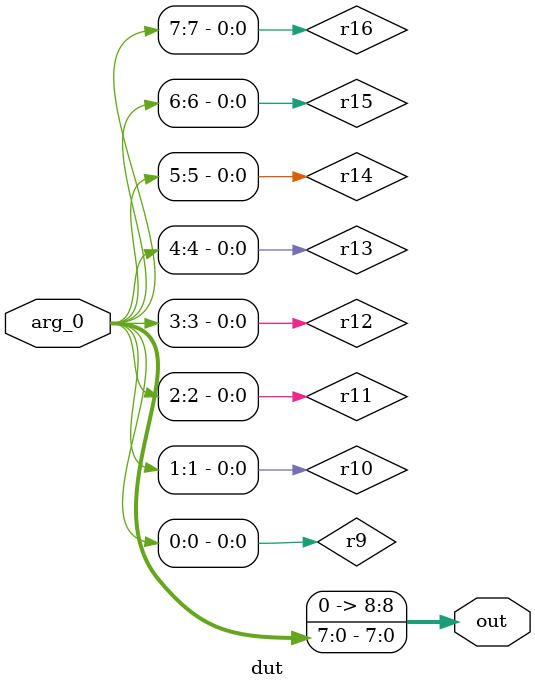
<source format=v>
module testbench();
    wire [8:0] out;
    reg [7:0] arg_0;
    dut t (.out(out),.arg_0(arg_0));
    initial begin
        arg_0 = 8'b00000000;
        #0;
        if (9'b000000000 !== out) begin
            $display("ASSERTION FAILED 0x%0h !== 0x%0h CASE 0", 9'b000000000, out);
            $finish;
        end
        arg_0 = 8'b00000001;
        #0;
        if (9'b000000001 !== out) begin
            $display("ASSERTION FAILED 0x%0h !== 0x%0h CASE 1", 9'b000000001, out);
            $finish;
        end
        arg_0 = 8'b00000010;
        #0;
        if (9'b000000010 !== out) begin
            $display("ASSERTION FAILED 0x%0h !== 0x%0h CASE 2", 9'b000000010, out);
            $finish;
        end
        arg_0 = 8'b00000011;
        #0;
        if (9'b000000011 !== out) begin
            $display("ASSERTION FAILED 0x%0h !== 0x%0h CASE 3", 9'b000000011, out);
            $finish;
        end
        arg_0 = 8'b00000100;
        #0;
        if (9'b000000100 !== out) begin
            $display("ASSERTION FAILED 0x%0h !== 0x%0h CASE 4", 9'b000000100, out);
            $finish;
        end
        arg_0 = 8'b00000101;
        #0;
        if (9'b000000101 !== out) begin
            $display("ASSERTION FAILED 0x%0h !== 0x%0h CASE 5", 9'b000000101, out);
            $finish;
        end
        arg_0 = 8'b00000110;
        #0;
        if (9'b000000110 !== out) begin
            $display("ASSERTION FAILED 0x%0h !== 0x%0h CASE 6", 9'b000000110, out);
            $finish;
        end
        arg_0 = 8'b00000111;
        #0;
        if (9'b000000111 !== out) begin
            $display("ASSERTION FAILED 0x%0h !== 0x%0h CASE 7", 9'b000000111, out);
            $finish;
        end
        arg_0 = 8'b00001000;
        #0;
        if (9'b000001000 !== out) begin
            $display("ASSERTION FAILED 0x%0h !== 0x%0h CASE 8", 9'b000001000, out);
            $finish;
        end
        arg_0 = 8'b00001001;
        #0;
        if (9'b000001001 !== out) begin
            $display("ASSERTION FAILED 0x%0h !== 0x%0h CASE 9", 9'b000001001, out);
            $finish;
        end
        arg_0 = 8'b00001010;
        #0;
        if (9'b000001010 !== out) begin
            $display("ASSERTION FAILED 0x%0h !== 0x%0h CASE 10", 9'b000001010, out);
            $finish;
        end
        arg_0 = 8'b00001011;
        #0;
        if (9'b000001011 !== out) begin
            $display("ASSERTION FAILED 0x%0h !== 0x%0h CASE 11", 9'b000001011, out);
            $finish;
        end
        arg_0 = 8'b00001100;
        #0;
        if (9'b000001100 !== out) begin
            $display("ASSERTION FAILED 0x%0h !== 0x%0h CASE 12", 9'b000001100, out);
            $finish;
        end
        arg_0 = 8'b00001101;
        #0;
        if (9'b000001101 !== out) begin
            $display("ASSERTION FAILED 0x%0h !== 0x%0h CASE 13", 9'b000001101, out);
            $finish;
        end
        arg_0 = 8'b00001110;
        #0;
        if (9'b000001110 !== out) begin
            $display("ASSERTION FAILED 0x%0h !== 0x%0h CASE 14", 9'b000001110, out);
            $finish;
        end
        arg_0 = 8'b00001111;
        #0;
        if (9'b000001111 !== out) begin
            $display("ASSERTION FAILED 0x%0h !== 0x%0h CASE 15", 9'b000001111, out);
            $finish;
        end
        arg_0 = 8'b00010000;
        #0;
        if (9'b000010000 !== out) begin
            $display("ASSERTION FAILED 0x%0h !== 0x%0h CASE 16", 9'b000010000, out);
            $finish;
        end
        arg_0 = 8'b00010001;
        #0;
        if (9'b000010001 !== out) begin
            $display("ASSERTION FAILED 0x%0h !== 0x%0h CASE 17", 9'b000010001, out);
            $finish;
        end
        arg_0 = 8'b00010010;
        #0;
        if (9'b000010010 !== out) begin
            $display("ASSERTION FAILED 0x%0h !== 0x%0h CASE 18", 9'b000010010, out);
            $finish;
        end
        arg_0 = 8'b00010011;
        #0;
        if (9'b000010011 !== out) begin
            $display("ASSERTION FAILED 0x%0h !== 0x%0h CASE 19", 9'b000010011, out);
            $finish;
        end
        arg_0 = 8'b00010100;
        #0;
        if (9'b000010100 !== out) begin
            $display("ASSERTION FAILED 0x%0h !== 0x%0h CASE 20", 9'b000010100, out);
            $finish;
        end
        arg_0 = 8'b00010101;
        #0;
        if (9'b000010101 !== out) begin
            $display("ASSERTION FAILED 0x%0h !== 0x%0h CASE 21", 9'b000010101, out);
            $finish;
        end
        arg_0 = 8'b00010110;
        #0;
        if (9'b000010110 !== out) begin
            $display("ASSERTION FAILED 0x%0h !== 0x%0h CASE 22", 9'b000010110, out);
            $finish;
        end
        arg_0 = 8'b00010111;
        #0;
        if (9'b000010111 !== out) begin
            $display("ASSERTION FAILED 0x%0h !== 0x%0h CASE 23", 9'b000010111, out);
            $finish;
        end
        arg_0 = 8'b00011000;
        #0;
        if (9'b000011000 !== out) begin
            $display("ASSERTION FAILED 0x%0h !== 0x%0h CASE 24", 9'b000011000, out);
            $finish;
        end
        arg_0 = 8'b00011001;
        #0;
        if (9'b000011001 !== out) begin
            $display("ASSERTION FAILED 0x%0h !== 0x%0h CASE 25", 9'b000011001, out);
            $finish;
        end
        arg_0 = 8'b00011010;
        #0;
        if (9'b000011010 !== out) begin
            $display("ASSERTION FAILED 0x%0h !== 0x%0h CASE 26", 9'b000011010, out);
            $finish;
        end
        arg_0 = 8'b00011011;
        #0;
        if (9'b000011011 !== out) begin
            $display("ASSERTION FAILED 0x%0h !== 0x%0h CASE 27", 9'b000011011, out);
            $finish;
        end
        arg_0 = 8'b00011100;
        #0;
        if (9'b000011100 !== out) begin
            $display("ASSERTION FAILED 0x%0h !== 0x%0h CASE 28", 9'b000011100, out);
            $finish;
        end
        arg_0 = 8'b00011101;
        #0;
        if (9'b000011101 !== out) begin
            $display("ASSERTION FAILED 0x%0h !== 0x%0h CASE 29", 9'b000011101, out);
            $finish;
        end
        arg_0 = 8'b00011110;
        #0;
        if (9'b000011110 !== out) begin
            $display("ASSERTION FAILED 0x%0h !== 0x%0h CASE 30", 9'b000011110, out);
            $finish;
        end
        arg_0 = 8'b00011111;
        #0;
        if (9'b000011111 !== out) begin
            $display("ASSERTION FAILED 0x%0h !== 0x%0h CASE 31", 9'b000011111, out);
            $finish;
        end
        arg_0 = 8'b00100000;
        #0;
        if (9'b000100000 !== out) begin
            $display("ASSERTION FAILED 0x%0h !== 0x%0h CASE 32", 9'b000100000, out);
            $finish;
        end
        arg_0 = 8'b00100001;
        #0;
        if (9'b000100001 !== out) begin
            $display("ASSERTION FAILED 0x%0h !== 0x%0h CASE 33", 9'b000100001, out);
            $finish;
        end
        arg_0 = 8'b00100010;
        #0;
        if (9'b000100010 !== out) begin
            $display("ASSERTION FAILED 0x%0h !== 0x%0h CASE 34", 9'b000100010, out);
            $finish;
        end
        arg_0 = 8'b00100011;
        #0;
        if (9'b000100011 !== out) begin
            $display("ASSERTION FAILED 0x%0h !== 0x%0h CASE 35", 9'b000100011, out);
            $finish;
        end
        arg_0 = 8'b00100100;
        #0;
        if (9'b000100100 !== out) begin
            $display("ASSERTION FAILED 0x%0h !== 0x%0h CASE 36", 9'b000100100, out);
            $finish;
        end
        arg_0 = 8'b00100101;
        #0;
        if (9'b000100101 !== out) begin
            $display("ASSERTION FAILED 0x%0h !== 0x%0h CASE 37", 9'b000100101, out);
            $finish;
        end
        arg_0 = 8'b00100110;
        #0;
        if (9'b000100110 !== out) begin
            $display("ASSERTION FAILED 0x%0h !== 0x%0h CASE 38", 9'b000100110, out);
            $finish;
        end
        arg_0 = 8'b00100111;
        #0;
        if (9'b000100111 !== out) begin
            $display("ASSERTION FAILED 0x%0h !== 0x%0h CASE 39", 9'b000100111, out);
            $finish;
        end
        arg_0 = 8'b00101000;
        #0;
        if (9'b000101000 !== out) begin
            $display("ASSERTION FAILED 0x%0h !== 0x%0h CASE 40", 9'b000101000, out);
            $finish;
        end
        arg_0 = 8'b00101001;
        #0;
        if (9'b000101001 !== out) begin
            $display("ASSERTION FAILED 0x%0h !== 0x%0h CASE 41", 9'b000101001, out);
            $finish;
        end
        arg_0 = 8'b00101010;
        #0;
        if (9'b000101010 !== out) begin
            $display("ASSERTION FAILED 0x%0h !== 0x%0h CASE 42", 9'b000101010, out);
            $finish;
        end
        arg_0 = 8'b00101011;
        #0;
        if (9'b000101011 !== out) begin
            $display("ASSERTION FAILED 0x%0h !== 0x%0h CASE 43", 9'b000101011, out);
            $finish;
        end
        arg_0 = 8'b00101100;
        #0;
        if (9'b000101100 !== out) begin
            $display("ASSERTION FAILED 0x%0h !== 0x%0h CASE 44", 9'b000101100, out);
            $finish;
        end
        arg_0 = 8'b00101101;
        #0;
        if (9'b000101101 !== out) begin
            $display("ASSERTION FAILED 0x%0h !== 0x%0h CASE 45", 9'b000101101, out);
            $finish;
        end
        arg_0 = 8'b00101110;
        #0;
        if (9'b000101110 !== out) begin
            $display("ASSERTION FAILED 0x%0h !== 0x%0h CASE 46", 9'b000101110, out);
            $finish;
        end
        arg_0 = 8'b00101111;
        #0;
        if (9'b000101111 !== out) begin
            $display("ASSERTION FAILED 0x%0h !== 0x%0h CASE 47", 9'b000101111, out);
            $finish;
        end
        arg_0 = 8'b00110000;
        #0;
        if (9'b000110000 !== out) begin
            $display("ASSERTION FAILED 0x%0h !== 0x%0h CASE 48", 9'b000110000, out);
            $finish;
        end
        arg_0 = 8'b00110001;
        #0;
        if (9'b000110001 !== out) begin
            $display("ASSERTION FAILED 0x%0h !== 0x%0h CASE 49", 9'b000110001, out);
            $finish;
        end
        arg_0 = 8'b00110010;
        #0;
        if (9'b000110010 !== out) begin
            $display("ASSERTION FAILED 0x%0h !== 0x%0h CASE 50", 9'b000110010, out);
            $finish;
        end
        arg_0 = 8'b00110011;
        #0;
        if (9'b000110011 !== out) begin
            $display("ASSERTION FAILED 0x%0h !== 0x%0h CASE 51", 9'b000110011, out);
            $finish;
        end
        arg_0 = 8'b00110100;
        #0;
        if (9'b000110100 !== out) begin
            $display("ASSERTION FAILED 0x%0h !== 0x%0h CASE 52", 9'b000110100, out);
            $finish;
        end
        arg_0 = 8'b00110101;
        #0;
        if (9'b000110101 !== out) begin
            $display("ASSERTION FAILED 0x%0h !== 0x%0h CASE 53", 9'b000110101, out);
            $finish;
        end
        arg_0 = 8'b00110110;
        #0;
        if (9'b000110110 !== out) begin
            $display("ASSERTION FAILED 0x%0h !== 0x%0h CASE 54", 9'b000110110, out);
            $finish;
        end
        arg_0 = 8'b00110111;
        #0;
        if (9'b000110111 !== out) begin
            $display("ASSERTION FAILED 0x%0h !== 0x%0h CASE 55", 9'b000110111, out);
            $finish;
        end
        arg_0 = 8'b00111000;
        #0;
        if (9'b000111000 !== out) begin
            $display("ASSERTION FAILED 0x%0h !== 0x%0h CASE 56", 9'b000111000, out);
            $finish;
        end
        arg_0 = 8'b00111001;
        #0;
        if (9'b000111001 !== out) begin
            $display("ASSERTION FAILED 0x%0h !== 0x%0h CASE 57", 9'b000111001, out);
            $finish;
        end
        arg_0 = 8'b00111010;
        #0;
        if (9'b000111010 !== out) begin
            $display("ASSERTION FAILED 0x%0h !== 0x%0h CASE 58", 9'b000111010, out);
            $finish;
        end
        arg_0 = 8'b00111011;
        #0;
        if (9'b000111011 !== out) begin
            $display("ASSERTION FAILED 0x%0h !== 0x%0h CASE 59", 9'b000111011, out);
            $finish;
        end
        arg_0 = 8'b00111100;
        #0;
        if (9'b000111100 !== out) begin
            $display("ASSERTION FAILED 0x%0h !== 0x%0h CASE 60", 9'b000111100, out);
            $finish;
        end
        arg_0 = 8'b00111101;
        #0;
        if (9'b000111101 !== out) begin
            $display("ASSERTION FAILED 0x%0h !== 0x%0h CASE 61", 9'b000111101, out);
            $finish;
        end
        arg_0 = 8'b00111110;
        #0;
        if (9'b000111110 !== out) begin
            $display("ASSERTION FAILED 0x%0h !== 0x%0h CASE 62", 9'b000111110, out);
            $finish;
        end
        arg_0 = 8'b00111111;
        #0;
        if (9'b000111111 !== out) begin
            $display("ASSERTION FAILED 0x%0h !== 0x%0h CASE 63", 9'b000111111, out);
            $finish;
        end
        arg_0 = 8'b01000000;
        #0;
        if (9'b001000000 !== out) begin
            $display("ASSERTION FAILED 0x%0h !== 0x%0h CASE 64", 9'b001000000, out);
            $finish;
        end
        arg_0 = 8'b01000001;
        #0;
        if (9'b001000001 !== out) begin
            $display("ASSERTION FAILED 0x%0h !== 0x%0h CASE 65", 9'b001000001, out);
            $finish;
        end
        arg_0 = 8'b01000010;
        #0;
        if (9'b001000010 !== out) begin
            $display("ASSERTION FAILED 0x%0h !== 0x%0h CASE 66", 9'b001000010, out);
            $finish;
        end
        arg_0 = 8'b01000011;
        #0;
        if (9'b001000011 !== out) begin
            $display("ASSERTION FAILED 0x%0h !== 0x%0h CASE 67", 9'b001000011, out);
            $finish;
        end
        arg_0 = 8'b01000100;
        #0;
        if (9'b001000100 !== out) begin
            $display("ASSERTION FAILED 0x%0h !== 0x%0h CASE 68", 9'b001000100, out);
            $finish;
        end
        arg_0 = 8'b01000101;
        #0;
        if (9'b001000101 !== out) begin
            $display("ASSERTION FAILED 0x%0h !== 0x%0h CASE 69", 9'b001000101, out);
            $finish;
        end
        arg_0 = 8'b01000110;
        #0;
        if (9'b001000110 !== out) begin
            $display("ASSERTION FAILED 0x%0h !== 0x%0h CASE 70", 9'b001000110, out);
            $finish;
        end
        arg_0 = 8'b01000111;
        #0;
        if (9'b001000111 !== out) begin
            $display("ASSERTION FAILED 0x%0h !== 0x%0h CASE 71", 9'b001000111, out);
            $finish;
        end
        arg_0 = 8'b01001000;
        #0;
        if (9'b001001000 !== out) begin
            $display("ASSERTION FAILED 0x%0h !== 0x%0h CASE 72", 9'b001001000, out);
            $finish;
        end
        arg_0 = 8'b01001001;
        #0;
        if (9'b001001001 !== out) begin
            $display("ASSERTION FAILED 0x%0h !== 0x%0h CASE 73", 9'b001001001, out);
            $finish;
        end
        arg_0 = 8'b01001010;
        #0;
        if (9'b001001010 !== out) begin
            $display("ASSERTION FAILED 0x%0h !== 0x%0h CASE 74", 9'b001001010, out);
            $finish;
        end
        arg_0 = 8'b01001011;
        #0;
        if (9'b001001011 !== out) begin
            $display("ASSERTION FAILED 0x%0h !== 0x%0h CASE 75", 9'b001001011, out);
            $finish;
        end
        arg_0 = 8'b01001100;
        #0;
        if (9'b001001100 !== out) begin
            $display("ASSERTION FAILED 0x%0h !== 0x%0h CASE 76", 9'b001001100, out);
            $finish;
        end
        arg_0 = 8'b01001101;
        #0;
        if (9'b001001101 !== out) begin
            $display("ASSERTION FAILED 0x%0h !== 0x%0h CASE 77", 9'b001001101, out);
            $finish;
        end
        arg_0 = 8'b01001110;
        #0;
        if (9'b001001110 !== out) begin
            $display("ASSERTION FAILED 0x%0h !== 0x%0h CASE 78", 9'b001001110, out);
            $finish;
        end
        arg_0 = 8'b01001111;
        #0;
        if (9'b001001111 !== out) begin
            $display("ASSERTION FAILED 0x%0h !== 0x%0h CASE 79", 9'b001001111, out);
            $finish;
        end
        arg_0 = 8'b01010000;
        #0;
        if (9'b001010000 !== out) begin
            $display("ASSERTION FAILED 0x%0h !== 0x%0h CASE 80", 9'b001010000, out);
            $finish;
        end
        arg_0 = 8'b01010001;
        #0;
        if (9'b001010001 !== out) begin
            $display("ASSERTION FAILED 0x%0h !== 0x%0h CASE 81", 9'b001010001, out);
            $finish;
        end
        arg_0 = 8'b01010010;
        #0;
        if (9'b001010010 !== out) begin
            $display("ASSERTION FAILED 0x%0h !== 0x%0h CASE 82", 9'b001010010, out);
            $finish;
        end
        arg_0 = 8'b01010011;
        #0;
        if (9'b001010011 !== out) begin
            $display("ASSERTION FAILED 0x%0h !== 0x%0h CASE 83", 9'b001010011, out);
            $finish;
        end
        arg_0 = 8'b01010100;
        #0;
        if (9'b001010100 !== out) begin
            $display("ASSERTION FAILED 0x%0h !== 0x%0h CASE 84", 9'b001010100, out);
            $finish;
        end
        arg_0 = 8'b01010101;
        #0;
        if (9'b001010101 !== out) begin
            $display("ASSERTION FAILED 0x%0h !== 0x%0h CASE 85", 9'b001010101, out);
            $finish;
        end
        arg_0 = 8'b01010110;
        #0;
        if (9'b001010110 !== out) begin
            $display("ASSERTION FAILED 0x%0h !== 0x%0h CASE 86", 9'b001010110, out);
            $finish;
        end
        arg_0 = 8'b01010111;
        #0;
        if (9'b001010111 !== out) begin
            $display("ASSERTION FAILED 0x%0h !== 0x%0h CASE 87", 9'b001010111, out);
            $finish;
        end
        arg_0 = 8'b01011000;
        #0;
        if (9'b001011000 !== out) begin
            $display("ASSERTION FAILED 0x%0h !== 0x%0h CASE 88", 9'b001011000, out);
            $finish;
        end
        arg_0 = 8'b01011001;
        #0;
        if (9'b001011001 !== out) begin
            $display("ASSERTION FAILED 0x%0h !== 0x%0h CASE 89", 9'b001011001, out);
            $finish;
        end
        arg_0 = 8'b01011010;
        #0;
        if (9'b001011010 !== out) begin
            $display("ASSERTION FAILED 0x%0h !== 0x%0h CASE 90", 9'b001011010, out);
            $finish;
        end
        arg_0 = 8'b01011011;
        #0;
        if (9'b001011011 !== out) begin
            $display("ASSERTION FAILED 0x%0h !== 0x%0h CASE 91", 9'b001011011, out);
            $finish;
        end
        arg_0 = 8'b01011100;
        #0;
        if (9'b001011100 !== out) begin
            $display("ASSERTION FAILED 0x%0h !== 0x%0h CASE 92", 9'b001011100, out);
            $finish;
        end
        arg_0 = 8'b01011101;
        #0;
        if (9'b001011101 !== out) begin
            $display("ASSERTION FAILED 0x%0h !== 0x%0h CASE 93", 9'b001011101, out);
            $finish;
        end
        arg_0 = 8'b01011110;
        #0;
        if (9'b001011110 !== out) begin
            $display("ASSERTION FAILED 0x%0h !== 0x%0h CASE 94", 9'b001011110, out);
            $finish;
        end
        arg_0 = 8'b01011111;
        #0;
        if (9'b001011111 !== out) begin
            $display("ASSERTION FAILED 0x%0h !== 0x%0h CASE 95", 9'b001011111, out);
            $finish;
        end
        arg_0 = 8'b01100000;
        #0;
        if (9'b001100000 !== out) begin
            $display("ASSERTION FAILED 0x%0h !== 0x%0h CASE 96", 9'b001100000, out);
            $finish;
        end
        arg_0 = 8'b01100001;
        #0;
        if (9'b001100001 !== out) begin
            $display("ASSERTION FAILED 0x%0h !== 0x%0h CASE 97", 9'b001100001, out);
            $finish;
        end
        arg_0 = 8'b01100010;
        #0;
        if (9'b001100010 !== out) begin
            $display("ASSERTION FAILED 0x%0h !== 0x%0h CASE 98", 9'b001100010, out);
            $finish;
        end
        arg_0 = 8'b01100011;
        #0;
        if (9'b001100011 !== out) begin
            $display("ASSERTION FAILED 0x%0h !== 0x%0h CASE 99", 9'b001100011, out);
            $finish;
        end
        arg_0 = 8'b01100100;
        #0;
        if (9'b001100100 !== out) begin
            $display("ASSERTION FAILED 0x%0h !== 0x%0h CASE 100", 9'b001100100, out);
            $finish;
        end
        arg_0 = 8'b01100101;
        #0;
        if (9'b001100101 !== out) begin
            $display("ASSERTION FAILED 0x%0h !== 0x%0h CASE 101", 9'b001100101, out);
            $finish;
        end
        arg_0 = 8'b01100110;
        #0;
        if (9'b001100110 !== out) begin
            $display("ASSERTION FAILED 0x%0h !== 0x%0h CASE 102", 9'b001100110, out);
            $finish;
        end
        arg_0 = 8'b01100111;
        #0;
        if (9'b001100111 !== out) begin
            $display("ASSERTION FAILED 0x%0h !== 0x%0h CASE 103", 9'b001100111, out);
            $finish;
        end
        arg_0 = 8'b01101000;
        #0;
        if (9'b001101000 !== out) begin
            $display("ASSERTION FAILED 0x%0h !== 0x%0h CASE 104", 9'b001101000, out);
            $finish;
        end
        arg_0 = 8'b01101001;
        #0;
        if (9'b001101001 !== out) begin
            $display("ASSERTION FAILED 0x%0h !== 0x%0h CASE 105", 9'b001101001, out);
            $finish;
        end
        arg_0 = 8'b01101010;
        #0;
        if (9'b001101010 !== out) begin
            $display("ASSERTION FAILED 0x%0h !== 0x%0h CASE 106", 9'b001101010, out);
            $finish;
        end
        arg_0 = 8'b01101011;
        #0;
        if (9'b001101011 !== out) begin
            $display("ASSERTION FAILED 0x%0h !== 0x%0h CASE 107", 9'b001101011, out);
            $finish;
        end
        arg_0 = 8'b01101100;
        #0;
        if (9'b001101100 !== out) begin
            $display("ASSERTION FAILED 0x%0h !== 0x%0h CASE 108", 9'b001101100, out);
            $finish;
        end
        arg_0 = 8'b01101101;
        #0;
        if (9'b001101101 !== out) begin
            $display("ASSERTION FAILED 0x%0h !== 0x%0h CASE 109", 9'b001101101, out);
            $finish;
        end
        arg_0 = 8'b01101110;
        #0;
        if (9'b001101110 !== out) begin
            $display("ASSERTION FAILED 0x%0h !== 0x%0h CASE 110", 9'b001101110, out);
            $finish;
        end
        arg_0 = 8'b01101111;
        #0;
        if (9'b001101111 !== out) begin
            $display("ASSERTION FAILED 0x%0h !== 0x%0h CASE 111", 9'b001101111, out);
            $finish;
        end
        arg_0 = 8'b01110000;
        #0;
        if (9'b001110000 !== out) begin
            $display("ASSERTION FAILED 0x%0h !== 0x%0h CASE 112", 9'b001110000, out);
            $finish;
        end
        arg_0 = 8'b01110001;
        #0;
        if (9'b001110001 !== out) begin
            $display("ASSERTION FAILED 0x%0h !== 0x%0h CASE 113", 9'b001110001, out);
            $finish;
        end
        arg_0 = 8'b01110010;
        #0;
        if (9'b001110010 !== out) begin
            $display("ASSERTION FAILED 0x%0h !== 0x%0h CASE 114", 9'b001110010, out);
            $finish;
        end
        arg_0 = 8'b01110011;
        #0;
        if (9'b001110011 !== out) begin
            $display("ASSERTION FAILED 0x%0h !== 0x%0h CASE 115", 9'b001110011, out);
            $finish;
        end
        arg_0 = 8'b01110100;
        #0;
        if (9'b001110100 !== out) begin
            $display("ASSERTION FAILED 0x%0h !== 0x%0h CASE 116", 9'b001110100, out);
            $finish;
        end
        arg_0 = 8'b01110101;
        #0;
        if (9'b001110101 !== out) begin
            $display("ASSERTION FAILED 0x%0h !== 0x%0h CASE 117", 9'b001110101, out);
            $finish;
        end
        arg_0 = 8'b01110110;
        #0;
        if (9'b001110110 !== out) begin
            $display("ASSERTION FAILED 0x%0h !== 0x%0h CASE 118", 9'b001110110, out);
            $finish;
        end
        arg_0 = 8'b01110111;
        #0;
        if (9'b001110111 !== out) begin
            $display("ASSERTION FAILED 0x%0h !== 0x%0h CASE 119", 9'b001110111, out);
            $finish;
        end
        arg_0 = 8'b01111000;
        #0;
        if (9'b001111000 !== out) begin
            $display("ASSERTION FAILED 0x%0h !== 0x%0h CASE 120", 9'b001111000, out);
            $finish;
        end
        arg_0 = 8'b01111001;
        #0;
        if (9'b001111001 !== out) begin
            $display("ASSERTION FAILED 0x%0h !== 0x%0h CASE 121", 9'b001111001, out);
            $finish;
        end
        arg_0 = 8'b01111010;
        #0;
        if (9'b001111010 !== out) begin
            $display("ASSERTION FAILED 0x%0h !== 0x%0h CASE 122", 9'b001111010, out);
            $finish;
        end
        arg_0 = 8'b01111011;
        #0;
        if (9'b001111011 !== out) begin
            $display("ASSERTION FAILED 0x%0h !== 0x%0h CASE 123", 9'b001111011, out);
            $finish;
        end
        arg_0 = 8'b01111100;
        #0;
        if (9'b001111100 !== out) begin
            $display("ASSERTION FAILED 0x%0h !== 0x%0h CASE 124", 9'b001111100, out);
            $finish;
        end
        arg_0 = 8'b01111101;
        #0;
        if (9'b001111101 !== out) begin
            $display("ASSERTION FAILED 0x%0h !== 0x%0h CASE 125", 9'b001111101, out);
            $finish;
        end
        arg_0 = 8'b01111110;
        #0;
        if (9'b001111110 !== out) begin
            $display("ASSERTION FAILED 0x%0h !== 0x%0h CASE 126", 9'b001111110, out);
            $finish;
        end
        arg_0 = 8'b01111111;
        #0;
        if (9'b001111111 !== out) begin
            $display("ASSERTION FAILED 0x%0h !== 0x%0h CASE 127", 9'b001111111, out);
            $finish;
        end
        arg_0 = 8'b10000000;
        #0;
        if (9'b010000000 !== out) begin
            $display("ASSERTION FAILED 0x%0h !== 0x%0h CASE 128", 9'b010000000, out);
            $finish;
        end
        arg_0 = 8'b10000001;
        #0;
        if (9'b010000001 !== out) begin
            $display("ASSERTION FAILED 0x%0h !== 0x%0h CASE 129", 9'b010000001, out);
            $finish;
        end
        arg_0 = 8'b10000010;
        #0;
        if (9'b010000010 !== out) begin
            $display("ASSERTION FAILED 0x%0h !== 0x%0h CASE 130", 9'b010000010, out);
            $finish;
        end
        arg_0 = 8'b10000011;
        #0;
        if (9'b010000011 !== out) begin
            $display("ASSERTION FAILED 0x%0h !== 0x%0h CASE 131", 9'b010000011, out);
            $finish;
        end
        arg_0 = 8'b10000100;
        #0;
        if (9'b010000100 !== out) begin
            $display("ASSERTION FAILED 0x%0h !== 0x%0h CASE 132", 9'b010000100, out);
            $finish;
        end
        arg_0 = 8'b10000101;
        #0;
        if (9'b010000101 !== out) begin
            $display("ASSERTION FAILED 0x%0h !== 0x%0h CASE 133", 9'b010000101, out);
            $finish;
        end
        arg_0 = 8'b10000110;
        #0;
        if (9'b010000110 !== out) begin
            $display("ASSERTION FAILED 0x%0h !== 0x%0h CASE 134", 9'b010000110, out);
            $finish;
        end
        arg_0 = 8'b10000111;
        #0;
        if (9'b010000111 !== out) begin
            $display("ASSERTION FAILED 0x%0h !== 0x%0h CASE 135", 9'b010000111, out);
            $finish;
        end
        arg_0 = 8'b10001000;
        #0;
        if (9'b010001000 !== out) begin
            $display("ASSERTION FAILED 0x%0h !== 0x%0h CASE 136", 9'b010001000, out);
            $finish;
        end
        arg_0 = 8'b10001001;
        #0;
        if (9'b010001001 !== out) begin
            $display("ASSERTION FAILED 0x%0h !== 0x%0h CASE 137", 9'b010001001, out);
            $finish;
        end
        arg_0 = 8'b10001010;
        #0;
        if (9'b010001010 !== out) begin
            $display("ASSERTION FAILED 0x%0h !== 0x%0h CASE 138", 9'b010001010, out);
            $finish;
        end
        arg_0 = 8'b10001011;
        #0;
        if (9'b010001011 !== out) begin
            $display("ASSERTION FAILED 0x%0h !== 0x%0h CASE 139", 9'b010001011, out);
            $finish;
        end
        arg_0 = 8'b10001100;
        #0;
        if (9'b010001100 !== out) begin
            $display("ASSERTION FAILED 0x%0h !== 0x%0h CASE 140", 9'b010001100, out);
            $finish;
        end
        arg_0 = 8'b10001101;
        #0;
        if (9'b010001101 !== out) begin
            $display("ASSERTION FAILED 0x%0h !== 0x%0h CASE 141", 9'b010001101, out);
            $finish;
        end
        arg_0 = 8'b10001110;
        #0;
        if (9'b010001110 !== out) begin
            $display("ASSERTION FAILED 0x%0h !== 0x%0h CASE 142", 9'b010001110, out);
            $finish;
        end
        arg_0 = 8'b10001111;
        #0;
        if (9'b010001111 !== out) begin
            $display("ASSERTION FAILED 0x%0h !== 0x%0h CASE 143", 9'b010001111, out);
            $finish;
        end
        arg_0 = 8'b10010000;
        #0;
        if (9'b010010000 !== out) begin
            $display("ASSERTION FAILED 0x%0h !== 0x%0h CASE 144", 9'b010010000, out);
            $finish;
        end
        arg_0 = 8'b10010001;
        #0;
        if (9'b010010001 !== out) begin
            $display("ASSERTION FAILED 0x%0h !== 0x%0h CASE 145", 9'b010010001, out);
            $finish;
        end
        arg_0 = 8'b10010010;
        #0;
        if (9'b010010010 !== out) begin
            $display("ASSERTION FAILED 0x%0h !== 0x%0h CASE 146", 9'b010010010, out);
            $finish;
        end
        arg_0 = 8'b10010011;
        #0;
        if (9'b010010011 !== out) begin
            $display("ASSERTION FAILED 0x%0h !== 0x%0h CASE 147", 9'b010010011, out);
            $finish;
        end
        arg_0 = 8'b10010100;
        #0;
        if (9'b010010100 !== out) begin
            $display("ASSERTION FAILED 0x%0h !== 0x%0h CASE 148", 9'b010010100, out);
            $finish;
        end
        arg_0 = 8'b10010101;
        #0;
        if (9'b010010101 !== out) begin
            $display("ASSERTION FAILED 0x%0h !== 0x%0h CASE 149", 9'b010010101, out);
            $finish;
        end
        arg_0 = 8'b10010110;
        #0;
        if (9'b010010110 !== out) begin
            $display("ASSERTION FAILED 0x%0h !== 0x%0h CASE 150", 9'b010010110, out);
            $finish;
        end
        arg_0 = 8'b10010111;
        #0;
        if (9'b010010111 !== out) begin
            $display("ASSERTION FAILED 0x%0h !== 0x%0h CASE 151", 9'b010010111, out);
            $finish;
        end
        arg_0 = 8'b10011000;
        #0;
        if (9'b010011000 !== out) begin
            $display("ASSERTION FAILED 0x%0h !== 0x%0h CASE 152", 9'b010011000, out);
            $finish;
        end
        arg_0 = 8'b10011001;
        #0;
        if (9'b010011001 !== out) begin
            $display("ASSERTION FAILED 0x%0h !== 0x%0h CASE 153", 9'b010011001, out);
            $finish;
        end
        arg_0 = 8'b10011010;
        #0;
        if (9'b010011010 !== out) begin
            $display("ASSERTION FAILED 0x%0h !== 0x%0h CASE 154", 9'b010011010, out);
            $finish;
        end
        arg_0 = 8'b10011011;
        #0;
        if (9'b010011011 !== out) begin
            $display("ASSERTION FAILED 0x%0h !== 0x%0h CASE 155", 9'b010011011, out);
            $finish;
        end
        arg_0 = 8'b10011100;
        #0;
        if (9'b010011100 !== out) begin
            $display("ASSERTION FAILED 0x%0h !== 0x%0h CASE 156", 9'b010011100, out);
            $finish;
        end
        arg_0 = 8'b10011101;
        #0;
        if (9'b010011101 !== out) begin
            $display("ASSERTION FAILED 0x%0h !== 0x%0h CASE 157", 9'b010011101, out);
            $finish;
        end
        arg_0 = 8'b10011110;
        #0;
        if (9'b010011110 !== out) begin
            $display("ASSERTION FAILED 0x%0h !== 0x%0h CASE 158", 9'b010011110, out);
            $finish;
        end
        arg_0 = 8'b10011111;
        #0;
        if (9'b010011111 !== out) begin
            $display("ASSERTION FAILED 0x%0h !== 0x%0h CASE 159", 9'b010011111, out);
            $finish;
        end
        arg_0 = 8'b10100000;
        #0;
        if (9'b010100000 !== out) begin
            $display("ASSERTION FAILED 0x%0h !== 0x%0h CASE 160", 9'b010100000, out);
            $finish;
        end
        arg_0 = 8'b10100001;
        #0;
        if (9'b010100001 !== out) begin
            $display("ASSERTION FAILED 0x%0h !== 0x%0h CASE 161", 9'b010100001, out);
            $finish;
        end
        arg_0 = 8'b10100010;
        #0;
        if (9'b010100010 !== out) begin
            $display("ASSERTION FAILED 0x%0h !== 0x%0h CASE 162", 9'b010100010, out);
            $finish;
        end
        arg_0 = 8'b10100011;
        #0;
        if (9'b010100011 !== out) begin
            $display("ASSERTION FAILED 0x%0h !== 0x%0h CASE 163", 9'b010100011, out);
            $finish;
        end
        arg_0 = 8'b10100100;
        #0;
        if (9'b010100100 !== out) begin
            $display("ASSERTION FAILED 0x%0h !== 0x%0h CASE 164", 9'b010100100, out);
            $finish;
        end
        arg_0 = 8'b10100101;
        #0;
        if (9'b010100101 !== out) begin
            $display("ASSERTION FAILED 0x%0h !== 0x%0h CASE 165", 9'b010100101, out);
            $finish;
        end
        arg_0 = 8'b10100110;
        #0;
        if (9'b010100110 !== out) begin
            $display("ASSERTION FAILED 0x%0h !== 0x%0h CASE 166", 9'b010100110, out);
            $finish;
        end
        arg_0 = 8'b10100111;
        #0;
        if (9'b010100111 !== out) begin
            $display("ASSERTION FAILED 0x%0h !== 0x%0h CASE 167", 9'b010100111, out);
            $finish;
        end
        arg_0 = 8'b10101000;
        #0;
        if (9'b010101000 !== out) begin
            $display("ASSERTION FAILED 0x%0h !== 0x%0h CASE 168", 9'b010101000, out);
            $finish;
        end
        arg_0 = 8'b10101001;
        #0;
        if (9'b010101001 !== out) begin
            $display("ASSERTION FAILED 0x%0h !== 0x%0h CASE 169", 9'b010101001, out);
            $finish;
        end
        arg_0 = 8'b10101010;
        #0;
        if (9'b010101010 !== out) begin
            $display("ASSERTION FAILED 0x%0h !== 0x%0h CASE 170", 9'b010101010, out);
            $finish;
        end
        arg_0 = 8'b10101011;
        #0;
        if (9'b010101011 !== out) begin
            $display("ASSERTION FAILED 0x%0h !== 0x%0h CASE 171", 9'b010101011, out);
            $finish;
        end
        arg_0 = 8'b10101100;
        #0;
        if (9'b010101100 !== out) begin
            $display("ASSERTION FAILED 0x%0h !== 0x%0h CASE 172", 9'b010101100, out);
            $finish;
        end
        arg_0 = 8'b10101101;
        #0;
        if (9'b010101101 !== out) begin
            $display("ASSERTION FAILED 0x%0h !== 0x%0h CASE 173", 9'b010101101, out);
            $finish;
        end
        arg_0 = 8'b10101110;
        #0;
        if (9'b010101110 !== out) begin
            $display("ASSERTION FAILED 0x%0h !== 0x%0h CASE 174", 9'b010101110, out);
            $finish;
        end
        arg_0 = 8'b10101111;
        #0;
        if (9'b010101111 !== out) begin
            $display("ASSERTION FAILED 0x%0h !== 0x%0h CASE 175", 9'b010101111, out);
            $finish;
        end
        arg_0 = 8'b10110000;
        #0;
        if (9'b010110000 !== out) begin
            $display("ASSERTION FAILED 0x%0h !== 0x%0h CASE 176", 9'b010110000, out);
            $finish;
        end
        arg_0 = 8'b10110001;
        #0;
        if (9'b010110001 !== out) begin
            $display("ASSERTION FAILED 0x%0h !== 0x%0h CASE 177", 9'b010110001, out);
            $finish;
        end
        arg_0 = 8'b10110010;
        #0;
        if (9'b010110010 !== out) begin
            $display("ASSERTION FAILED 0x%0h !== 0x%0h CASE 178", 9'b010110010, out);
            $finish;
        end
        arg_0 = 8'b10110011;
        #0;
        if (9'b010110011 !== out) begin
            $display("ASSERTION FAILED 0x%0h !== 0x%0h CASE 179", 9'b010110011, out);
            $finish;
        end
        arg_0 = 8'b10110100;
        #0;
        if (9'b010110100 !== out) begin
            $display("ASSERTION FAILED 0x%0h !== 0x%0h CASE 180", 9'b010110100, out);
            $finish;
        end
        arg_0 = 8'b10110101;
        #0;
        if (9'b010110101 !== out) begin
            $display("ASSERTION FAILED 0x%0h !== 0x%0h CASE 181", 9'b010110101, out);
            $finish;
        end
        arg_0 = 8'b10110110;
        #0;
        if (9'b010110110 !== out) begin
            $display("ASSERTION FAILED 0x%0h !== 0x%0h CASE 182", 9'b010110110, out);
            $finish;
        end
        arg_0 = 8'b10110111;
        #0;
        if (9'b010110111 !== out) begin
            $display("ASSERTION FAILED 0x%0h !== 0x%0h CASE 183", 9'b010110111, out);
            $finish;
        end
        arg_0 = 8'b10111000;
        #0;
        if (9'b010111000 !== out) begin
            $display("ASSERTION FAILED 0x%0h !== 0x%0h CASE 184", 9'b010111000, out);
            $finish;
        end
        arg_0 = 8'b10111001;
        #0;
        if (9'b010111001 !== out) begin
            $display("ASSERTION FAILED 0x%0h !== 0x%0h CASE 185", 9'b010111001, out);
            $finish;
        end
        arg_0 = 8'b10111010;
        #0;
        if (9'b010111010 !== out) begin
            $display("ASSERTION FAILED 0x%0h !== 0x%0h CASE 186", 9'b010111010, out);
            $finish;
        end
        arg_0 = 8'b10111011;
        #0;
        if (9'b010111011 !== out) begin
            $display("ASSERTION FAILED 0x%0h !== 0x%0h CASE 187", 9'b010111011, out);
            $finish;
        end
        arg_0 = 8'b10111100;
        #0;
        if (9'b010111100 !== out) begin
            $display("ASSERTION FAILED 0x%0h !== 0x%0h CASE 188", 9'b010111100, out);
            $finish;
        end
        arg_0 = 8'b10111101;
        #0;
        if (9'b010111101 !== out) begin
            $display("ASSERTION FAILED 0x%0h !== 0x%0h CASE 189", 9'b010111101, out);
            $finish;
        end
        arg_0 = 8'b10111110;
        #0;
        if (9'b010111110 !== out) begin
            $display("ASSERTION FAILED 0x%0h !== 0x%0h CASE 190", 9'b010111110, out);
            $finish;
        end
        arg_0 = 8'b10111111;
        #0;
        if (9'b010111111 !== out) begin
            $display("ASSERTION FAILED 0x%0h !== 0x%0h CASE 191", 9'b010111111, out);
            $finish;
        end
        arg_0 = 8'b11000000;
        #0;
        if (9'b011000000 !== out) begin
            $display("ASSERTION FAILED 0x%0h !== 0x%0h CASE 192", 9'b011000000, out);
            $finish;
        end
        arg_0 = 8'b11000001;
        #0;
        if (9'b011000001 !== out) begin
            $display("ASSERTION FAILED 0x%0h !== 0x%0h CASE 193", 9'b011000001, out);
            $finish;
        end
        arg_0 = 8'b11000010;
        #0;
        if (9'b011000010 !== out) begin
            $display("ASSERTION FAILED 0x%0h !== 0x%0h CASE 194", 9'b011000010, out);
            $finish;
        end
        arg_0 = 8'b11000011;
        #0;
        if (9'b011000011 !== out) begin
            $display("ASSERTION FAILED 0x%0h !== 0x%0h CASE 195", 9'b011000011, out);
            $finish;
        end
        arg_0 = 8'b11000100;
        #0;
        if (9'b011000100 !== out) begin
            $display("ASSERTION FAILED 0x%0h !== 0x%0h CASE 196", 9'b011000100, out);
            $finish;
        end
        arg_0 = 8'b11000101;
        #0;
        if (9'b011000101 !== out) begin
            $display("ASSERTION FAILED 0x%0h !== 0x%0h CASE 197", 9'b011000101, out);
            $finish;
        end
        arg_0 = 8'b11000110;
        #0;
        if (9'b011000110 !== out) begin
            $display("ASSERTION FAILED 0x%0h !== 0x%0h CASE 198", 9'b011000110, out);
            $finish;
        end
        arg_0 = 8'b11000111;
        #0;
        if (9'b011000111 !== out) begin
            $display("ASSERTION FAILED 0x%0h !== 0x%0h CASE 199", 9'b011000111, out);
            $finish;
        end
        arg_0 = 8'b11001000;
        #0;
        if (9'b011001000 !== out) begin
            $display("ASSERTION FAILED 0x%0h !== 0x%0h CASE 200", 9'b011001000, out);
            $finish;
        end
        arg_0 = 8'b11001001;
        #0;
        if (9'b011001001 !== out) begin
            $display("ASSERTION FAILED 0x%0h !== 0x%0h CASE 201", 9'b011001001, out);
            $finish;
        end
        arg_0 = 8'b11001010;
        #0;
        if (9'b011001010 !== out) begin
            $display("ASSERTION FAILED 0x%0h !== 0x%0h CASE 202", 9'b011001010, out);
            $finish;
        end
        arg_0 = 8'b11001011;
        #0;
        if (9'b011001011 !== out) begin
            $display("ASSERTION FAILED 0x%0h !== 0x%0h CASE 203", 9'b011001011, out);
            $finish;
        end
        arg_0 = 8'b11001100;
        #0;
        if (9'b011001100 !== out) begin
            $display("ASSERTION FAILED 0x%0h !== 0x%0h CASE 204", 9'b011001100, out);
            $finish;
        end
        arg_0 = 8'b11001101;
        #0;
        if (9'b011001101 !== out) begin
            $display("ASSERTION FAILED 0x%0h !== 0x%0h CASE 205", 9'b011001101, out);
            $finish;
        end
        arg_0 = 8'b11001110;
        #0;
        if (9'b011001110 !== out) begin
            $display("ASSERTION FAILED 0x%0h !== 0x%0h CASE 206", 9'b011001110, out);
            $finish;
        end
        arg_0 = 8'b11001111;
        #0;
        if (9'b011001111 !== out) begin
            $display("ASSERTION FAILED 0x%0h !== 0x%0h CASE 207", 9'b011001111, out);
            $finish;
        end
        arg_0 = 8'b11010000;
        #0;
        if (9'b011010000 !== out) begin
            $display("ASSERTION FAILED 0x%0h !== 0x%0h CASE 208", 9'b011010000, out);
            $finish;
        end
        arg_0 = 8'b11010001;
        #0;
        if (9'b011010001 !== out) begin
            $display("ASSERTION FAILED 0x%0h !== 0x%0h CASE 209", 9'b011010001, out);
            $finish;
        end
        arg_0 = 8'b11010010;
        #0;
        if (9'b011010010 !== out) begin
            $display("ASSERTION FAILED 0x%0h !== 0x%0h CASE 210", 9'b011010010, out);
            $finish;
        end
        arg_0 = 8'b11010011;
        #0;
        if (9'b011010011 !== out) begin
            $display("ASSERTION FAILED 0x%0h !== 0x%0h CASE 211", 9'b011010011, out);
            $finish;
        end
        arg_0 = 8'b11010100;
        #0;
        if (9'b011010100 !== out) begin
            $display("ASSERTION FAILED 0x%0h !== 0x%0h CASE 212", 9'b011010100, out);
            $finish;
        end
        arg_0 = 8'b11010101;
        #0;
        if (9'b011010101 !== out) begin
            $display("ASSERTION FAILED 0x%0h !== 0x%0h CASE 213", 9'b011010101, out);
            $finish;
        end
        arg_0 = 8'b11010110;
        #0;
        if (9'b011010110 !== out) begin
            $display("ASSERTION FAILED 0x%0h !== 0x%0h CASE 214", 9'b011010110, out);
            $finish;
        end
        arg_0 = 8'b11010111;
        #0;
        if (9'b011010111 !== out) begin
            $display("ASSERTION FAILED 0x%0h !== 0x%0h CASE 215", 9'b011010111, out);
            $finish;
        end
        arg_0 = 8'b11011000;
        #0;
        if (9'b011011000 !== out) begin
            $display("ASSERTION FAILED 0x%0h !== 0x%0h CASE 216", 9'b011011000, out);
            $finish;
        end
        arg_0 = 8'b11011001;
        #0;
        if (9'b011011001 !== out) begin
            $display("ASSERTION FAILED 0x%0h !== 0x%0h CASE 217", 9'b011011001, out);
            $finish;
        end
        arg_0 = 8'b11011010;
        #0;
        if (9'b011011010 !== out) begin
            $display("ASSERTION FAILED 0x%0h !== 0x%0h CASE 218", 9'b011011010, out);
            $finish;
        end
        arg_0 = 8'b11011011;
        #0;
        if (9'b011011011 !== out) begin
            $display("ASSERTION FAILED 0x%0h !== 0x%0h CASE 219", 9'b011011011, out);
            $finish;
        end
        arg_0 = 8'b11011100;
        #0;
        if (9'b011011100 !== out) begin
            $display("ASSERTION FAILED 0x%0h !== 0x%0h CASE 220", 9'b011011100, out);
            $finish;
        end
        arg_0 = 8'b11011101;
        #0;
        if (9'b011011101 !== out) begin
            $display("ASSERTION FAILED 0x%0h !== 0x%0h CASE 221", 9'b011011101, out);
            $finish;
        end
        arg_0 = 8'b11011110;
        #0;
        if (9'b011011110 !== out) begin
            $display("ASSERTION FAILED 0x%0h !== 0x%0h CASE 222", 9'b011011110, out);
            $finish;
        end
        arg_0 = 8'b11011111;
        #0;
        if (9'b011011111 !== out) begin
            $display("ASSERTION FAILED 0x%0h !== 0x%0h CASE 223", 9'b011011111, out);
            $finish;
        end
        arg_0 = 8'b11100000;
        #0;
        if (9'b011100000 !== out) begin
            $display("ASSERTION FAILED 0x%0h !== 0x%0h CASE 224", 9'b011100000, out);
            $finish;
        end
        arg_0 = 8'b11100001;
        #0;
        if (9'b011100001 !== out) begin
            $display("ASSERTION FAILED 0x%0h !== 0x%0h CASE 225", 9'b011100001, out);
            $finish;
        end
        arg_0 = 8'b11100010;
        #0;
        if (9'b011100010 !== out) begin
            $display("ASSERTION FAILED 0x%0h !== 0x%0h CASE 226", 9'b011100010, out);
            $finish;
        end
        arg_0 = 8'b11100011;
        #0;
        if (9'b011100011 !== out) begin
            $display("ASSERTION FAILED 0x%0h !== 0x%0h CASE 227", 9'b011100011, out);
            $finish;
        end
        arg_0 = 8'b11100100;
        #0;
        if (9'b011100100 !== out) begin
            $display("ASSERTION FAILED 0x%0h !== 0x%0h CASE 228", 9'b011100100, out);
            $finish;
        end
        arg_0 = 8'b11100101;
        #0;
        if (9'b011100101 !== out) begin
            $display("ASSERTION FAILED 0x%0h !== 0x%0h CASE 229", 9'b011100101, out);
            $finish;
        end
        arg_0 = 8'b11100110;
        #0;
        if (9'b011100110 !== out) begin
            $display("ASSERTION FAILED 0x%0h !== 0x%0h CASE 230", 9'b011100110, out);
            $finish;
        end
        arg_0 = 8'b11100111;
        #0;
        if (9'b011100111 !== out) begin
            $display("ASSERTION FAILED 0x%0h !== 0x%0h CASE 231", 9'b011100111, out);
            $finish;
        end
        arg_0 = 8'b11101000;
        #0;
        if (9'b011101000 !== out) begin
            $display("ASSERTION FAILED 0x%0h !== 0x%0h CASE 232", 9'b011101000, out);
            $finish;
        end
        arg_0 = 8'b11101001;
        #0;
        if (9'b011101001 !== out) begin
            $display("ASSERTION FAILED 0x%0h !== 0x%0h CASE 233", 9'b011101001, out);
            $finish;
        end
        arg_0 = 8'b11101010;
        #0;
        if (9'b011101010 !== out) begin
            $display("ASSERTION FAILED 0x%0h !== 0x%0h CASE 234", 9'b011101010, out);
            $finish;
        end
        arg_0 = 8'b11101011;
        #0;
        if (9'b011101011 !== out) begin
            $display("ASSERTION FAILED 0x%0h !== 0x%0h CASE 235", 9'b011101011, out);
            $finish;
        end
        arg_0 = 8'b11101100;
        #0;
        if (9'b011101100 !== out) begin
            $display("ASSERTION FAILED 0x%0h !== 0x%0h CASE 236", 9'b011101100, out);
            $finish;
        end
        arg_0 = 8'b11101101;
        #0;
        if (9'b011101101 !== out) begin
            $display("ASSERTION FAILED 0x%0h !== 0x%0h CASE 237", 9'b011101101, out);
            $finish;
        end
        arg_0 = 8'b11101110;
        #0;
        if (9'b011101110 !== out) begin
            $display("ASSERTION FAILED 0x%0h !== 0x%0h CASE 238", 9'b011101110, out);
            $finish;
        end
        arg_0 = 8'b11101111;
        #0;
        if (9'b011101111 !== out) begin
            $display("ASSERTION FAILED 0x%0h !== 0x%0h CASE 239", 9'b011101111, out);
            $finish;
        end
        arg_0 = 8'b11110000;
        #0;
        if (9'b011110000 !== out) begin
            $display("ASSERTION FAILED 0x%0h !== 0x%0h CASE 240", 9'b011110000, out);
            $finish;
        end
        arg_0 = 8'b11110001;
        #0;
        if (9'b011110001 !== out) begin
            $display("ASSERTION FAILED 0x%0h !== 0x%0h CASE 241", 9'b011110001, out);
            $finish;
        end
        arg_0 = 8'b11110010;
        #0;
        if (9'b011110010 !== out) begin
            $display("ASSERTION FAILED 0x%0h !== 0x%0h CASE 242", 9'b011110010, out);
            $finish;
        end
        arg_0 = 8'b11110011;
        #0;
        if (9'b011110011 !== out) begin
            $display("ASSERTION FAILED 0x%0h !== 0x%0h CASE 243", 9'b011110011, out);
            $finish;
        end
        arg_0 = 8'b11110100;
        #0;
        if (9'b011110100 !== out) begin
            $display("ASSERTION FAILED 0x%0h !== 0x%0h CASE 244", 9'b011110100, out);
            $finish;
        end
        arg_0 = 8'b11110101;
        #0;
        if (9'b011110101 !== out) begin
            $display("ASSERTION FAILED 0x%0h !== 0x%0h CASE 245", 9'b011110101, out);
            $finish;
        end
        arg_0 = 8'b11110110;
        #0;
        if (9'b011110110 !== out) begin
            $display("ASSERTION FAILED 0x%0h !== 0x%0h CASE 246", 9'b011110110, out);
            $finish;
        end
        arg_0 = 8'b11110111;
        #0;
        if (9'b011110111 !== out) begin
            $display("ASSERTION FAILED 0x%0h !== 0x%0h CASE 247", 9'b011110111, out);
            $finish;
        end
        arg_0 = 8'b11111000;
        #0;
        if (9'b011111000 !== out) begin
            $display("ASSERTION FAILED 0x%0h !== 0x%0h CASE 248", 9'b011111000, out);
            $finish;
        end
        arg_0 = 8'b11111001;
        #0;
        if (9'b011111001 !== out) begin
            $display("ASSERTION FAILED 0x%0h !== 0x%0h CASE 249", 9'b011111001, out);
            $finish;
        end
        arg_0 = 8'b11111010;
        #0;
        if (9'b011111010 !== out) begin
            $display("ASSERTION FAILED 0x%0h !== 0x%0h CASE 250", 9'b011111010, out);
            $finish;
        end
        arg_0 = 8'b11111011;
        #0;
        if (9'b011111011 !== out) begin
            $display("ASSERTION FAILED 0x%0h !== 0x%0h CASE 251", 9'b011111011, out);
            $finish;
        end
        arg_0 = 8'b11111100;
        #0;
        if (9'b011111100 !== out) begin
            $display("ASSERTION FAILED 0x%0h !== 0x%0h CASE 252", 9'b011111100, out);
            $finish;
        end
        arg_0 = 8'b11111101;
        #0;
        if (9'b011111101 !== out) begin
            $display("ASSERTION FAILED 0x%0h !== 0x%0h CASE 253", 9'b011111101, out);
            $finish;
        end
        arg_0 = 8'b11111110;
        #0;
        if (9'b011111110 !== out) begin
            $display("ASSERTION FAILED 0x%0h !== 0x%0h CASE 254", 9'b011111110, out);
            $finish;
        end
        arg_0 = 8'b11111111;
        #0;
        if (9'b011111111 !== out) begin
            $display("ASSERTION FAILED 0x%0h !== 0x%0h CASE 255", 9'b011111111, out);
            $finish;
        end
        $display("TESTBENCH OK", );
        $finish;
    end
endmodule
//
module dut(input wire [7:0] arg_0, output reg [8:0] out);
    reg [0:0] r9;
    reg [0:0] r10;
    reg [0:0] r11;
    reg [0:0] r12;
    reg [0:0] r13;
    reg [0:0] r14;
    reg [0:0] r15;
    reg [0:0] r16;
    always @(*) begin
        r9 = arg_0[0];
        r10 = arg_0[1];
        r11 = arg_0[2];
        r12 = arg_0[3];
        r13 = arg_0[4];
        r14 = arg_0[5];
        r15 = arg_0[6];
        r16 = arg_0[7];
        // signal(a.val().xext())
        //
        out = { 1'b0, r16, r15, r14, r13, r12, r11, r10, r9 };
    end
endmodule

</source>
